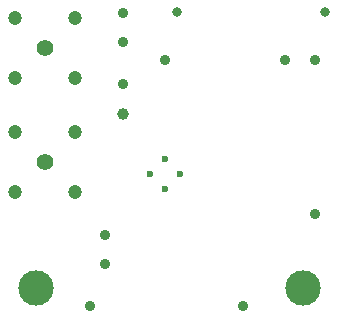
<source format=gbr>
G04 Generated by Ultiboard 10.0 *
%FSLAX25Y25*%
%MOIN*%

%ADD12C,0.11811*%
%ADD44C,0.04724*%
%ADD45C,0.05512*%
%ADD16C,0.03150*%
%ADD17C,0.03543*%
%ADD11C,0.02362*%
%ADD18C,0.03917*%
%ADD13C,0.03500*%


G04 ColorRGB 000000 for the following layer *
%LNBohrung-Copper Top-Copper Bottom*%
%LPD*%
%FSLAX25Y25*%
%MOIN*%
G54D12*
X15000Y32000D03*
X104000Y32000D03*
G54D44*
X8000Y122000D03*
X28000Y122000D03*
X28000Y102000D03*
X8000Y102000D03*
X8000Y64000D03*
X28000Y64000D03*
X28000Y84000D03*
X8000Y84000D03*
G54D45*
X18000Y112000D03*
X18000Y74000D03*
G54D16*
X62000Y124000D03*
X111213Y124000D03*
G54D17*
X44000Y123843D03*
X44000Y114000D03*
X58000Y108000D03*
X98000Y108000D03*
X32819Y26000D03*
X84000Y26000D03*
X38000Y49843D03*
X38000Y40000D03*
X108000Y56819D03*
X108000Y108000D03*
G54D11*
X63000Y70000D03*
X58000Y65000D03*
X58000Y75000D03*
X53000Y70000D03*
G54D18*
X44000Y90000D03*
G54D13*
X44000Y100000D03*

M00*

</source>
